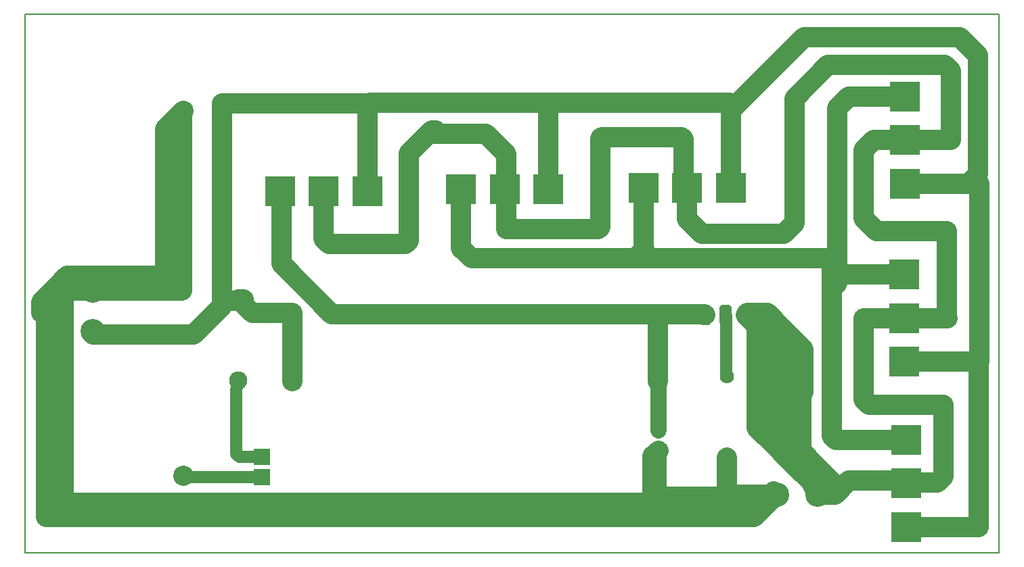
<source format=gbr>
G04 PROTEUS GERBER X2 FILE*
%TF.GenerationSoftware,Labcenter,Proteus,8.13-SP0-Build31525*%
%TF.CreationDate,2025-01-18T14:33:54+00:00*%
%TF.FileFunction,Copper,L2,Bot*%
%TF.FilePolarity,Positive*%
%TF.Part,Single*%
%TF.SameCoordinates,{d9d58708-2b01-4210-ba30-9eb4af83a777}*%
%FSLAX45Y45*%
%MOMM*%
G01*
%TA.AperFunction,Conductor*%
%ADD17C,2.540000*%
%ADD18C,2.032000*%
%ADD19C,1.524000*%
%ADD70C,0.254000*%
%TA.AperFunction,ComponentPad*%
%ADD10C,3.048000*%
%ADD11C,2.286000*%
%ADD12R,2.032000X2.032000*%
%ADD13C,2.540000*%
%ADD14C,1.778000*%
%AMDIL005*
4,1,8,
-0.762000,0.965200,-0.457200,1.270000,0.457200,1.270000,0.762000,0.965200,0.762000,-0.965200,
0.457200,-1.270000,-0.457200,-1.270000,-0.762000,-0.965200,-0.762000,0.965200,
0*%
%TA.AperFunction,ComponentPad*%
%ADD15DIL005*%
%ADD16R,3.810000X3.810000*%
%TA.AperFunction,NonConductor*%
%ADD71C,0.203200*%
%TD.AperFunction*%
D17*
X+11040000Y+4650448D02*
X+11795595Y+4650448D01*
X+6354309Y+5666548D02*
X+4340000Y+5666548D01*
X+7763900Y+4596548D02*
X+7763900Y+3849314D01*
X+7780000Y+3833214D01*
X+8845151Y+5666548D02*
X+8620000Y+5666548D01*
X+6048586Y+4487962D02*
X+6048586Y+4077962D01*
X+6050000Y+4076548D01*
X+7202727Y+4076548D01*
X+7228787Y+4102608D01*
X+7228787Y+5218668D01*
X+7241616Y+5231497D01*
X+8245051Y+5231497D01*
X+8270000Y+5206548D01*
X+8270000Y+4636548D01*
X+8310000Y+4596548D01*
X+6576100Y+4576548D02*
X+6576100Y+5642648D01*
X+6600000Y+5666548D01*
X+8620000Y+5666548D02*
X+6600000Y+5666548D01*
X+6354309Y+5666548D01*
X+4330000Y+5656548D02*
X+4340000Y+5666548D01*
X+4310000Y+4556548D02*
X+4310000Y+5636548D01*
X+4330000Y+5656548D01*
X+7942000Y+3016548D02*
X+7942000Y+2176548D01*
X+7942000Y+3016548D02*
X+8526000Y+3016548D01*
X+8536000Y+3006548D01*
D18*
X+7950000Y+1556548D02*
X+7950000Y+2168548D01*
X+7942000Y+2176548D01*
D19*
X+2990000Y+972548D02*
X+2036000Y+972548D01*
X+2010000Y+946548D01*
X+2010000Y+986548D01*
D17*
X+2490405Y+3459679D02*
X+2490405Y+3230285D01*
X+2490405Y+3112993D01*
X+2135960Y+2758548D01*
D70*
X+2490000Y+5656548D02*
X+2490000Y+5536953D01*
X+2490405Y+5536548D01*
D17*
X+2490405Y+3459679D02*
X+2490405Y+5536548D01*
X+2490405Y+5656143D01*
X+2490000Y+5656548D01*
X+4330000Y+5656548D01*
X+6048586Y+5015982D02*
X+6048586Y+4492911D01*
X+6048586Y+4487962D01*
X+6050000Y+4486548D01*
X+6048586Y+4492911D01*
X+6030000Y+4576548D01*
D18*
X+7950000Y+1302548D02*
X+7950000Y+735910D01*
X+7944742Y+730652D01*
D17*
X+810000Y+3307255D02*
X+879293Y+3307255D01*
X+880000Y+3306548D01*
D19*
X+8810000Y+2236548D02*
X+8800000Y+2246548D01*
X+8800000Y+2996548D01*
X+8790000Y+3006548D01*
D17*
X+4830000Y+5026548D02*
X+5073434Y+5269982D01*
X+5120000Y+5316548D01*
X+5170000Y+5316548D01*
X+3763900Y+4556548D02*
X+3763900Y+3962648D01*
X+3830000Y+3896548D01*
X+4790000Y+3896548D01*
X+4830000Y+3936548D01*
X+4830000Y+5026548D01*
X+5073434Y+5269982D02*
X+5794586Y+5269982D01*
X+6048586Y+5015982D01*
D70*
X+880000Y+2798548D02*
X+880000Y+2758548D01*
D17*
X+2135960Y+2758548D01*
D70*
X+2010000Y+5558548D02*
X+1994849Y+5543397D01*
D17*
X+880000Y+3306548D02*
X+1994142Y+3306548D01*
X+1994849Y+3307255D01*
X+1994849Y+5543397D01*
X+10181746Y+3512648D02*
X+10125646Y+3456548D01*
X+10181746Y+3512648D02*
X+10129052Y+3512648D01*
X+10125646Y+3516054D01*
X+10125646Y+3456548D01*
X+10160000Y+3603117D02*
X+10160000Y+3534394D01*
X+10181746Y+3512648D01*
X+9390000Y+756548D02*
X+9390000Y+798548D01*
X+9432000Y+756548D01*
X+8810000Y+1220548D02*
X+8810000Y+1020939D01*
X+8810000Y+826548D01*
X+8810000Y+752157D02*
X+8810000Y+730652D01*
X+8856100Y+4596548D02*
X+8856100Y+5566548D01*
X+8856100Y+5655599D01*
X+8845151Y+5666548D01*
X+10190000Y+3512648D02*
X+10190000Y+3401945D01*
X+10124603Y+3336548D01*
X+11030000Y+3512648D02*
X+10190000Y+3512648D01*
X+10181746Y+3512648D01*
X+11050000Y+1442648D02*
X+10168405Y+1442648D01*
X+10124603Y+1486450D01*
X+10124603Y+3336548D01*
X+10124603Y+3567720D01*
X+10160000Y+3603117D01*
X+7663334Y+3716548D02*
X+10046569Y+3716548D01*
X+10160000Y+3603117D01*
X+5483900Y+4576548D02*
X+5483900Y+3846284D01*
X+5613636Y+3716548D01*
X+7663334Y+3716548D01*
X+7780000Y+3833214D01*
D70*
X+9432000Y+756548D02*
X+9390000Y+756548D01*
X+8810000Y+756548D02*
X+8701153Y+756548D01*
X+8675257Y+730652D01*
D17*
X+8810000Y+730652D01*
X+8810000Y+826548D02*
X+8810000Y+756548D01*
X+8810000Y+752157D01*
X+10520000Y+5069548D02*
X+10647000Y+5196548D01*
X+10849500Y+5196548D01*
X+11040000Y+5196548D01*
X+3370000Y+2176548D02*
X+3370000Y+3016548D01*
D19*
X+2990000Y+1226548D02*
X+2710000Y+1226548D01*
X+2672223Y+1264325D01*
X+2672223Y+2066248D01*
X+2700000Y+2180548D01*
D17*
X+2700000Y+3196548D02*
X+2763536Y+3196548D01*
X+2763536Y+3186548D01*
X+3370000Y+3016548D02*
X+3370000Y+3026548D01*
X+2870000Y+3026548D01*
X+2710000Y+3186548D01*
D70*
X+2700000Y+3196548D01*
D17*
X+2763536Y+3186548D02*
X+2710000Y+3186548D01*
X+2534142Y+3186548D01*
X+2490405Y+3230285D01*
X+7942000Y+3016548D02*
X+3868462Y+3016548D01*
X+3237052Y+3647958D01*
X+3237052Y+4537296D01*
X+3217800Y+4556548D01*
X+10350000Y+5742648D02*
X+10336100Y+5742648D01*
X+10190000Y+5596548D01*
X+11040000Y+5742648D02*
X+10350000Y+5742648D01*
X+10190000Y+5596548D02*
X+10190000Y+3512648D01*
X+11120000Y+2966548D02*
X+11030000Y+2966548D01*
X+10520000Y+2966548D01*
X+10520000Y+1945266D01*
X+10527436Y+1937830D01*
X+10585328Y+1879938D01*
X+11518832Y+1879938D01*
X+11518832Y+982617D01*
X+11439231Y+903016D01*
X+11106354Y+903016D01*
X+11091881Y+888543D01*
X+11050000Y+896548D01*
X+11573645Y+2966548D02*
X+11560000Y+2980193D01*
X+11560000Y+4051835D01*
X+10520000Y+5069548D02*
X+10520000Y+4211835D01*
X+10680000Y+4051835D01*
X+11560000Y+4051835D01*
X+11573645Y+2966548D02*
X+11120000Y+2966548D01*
X+11795595Y+4650448D02*
X+11830000Y+4650448D01*
X+11030000Y+2420448D02*
X+11830000Y+2420448D01*
X+230000Y+3026548D02*
X+510707Y+3307255D01*
D70*
X+560000Y+3356548D01*
X+560000Y+3396548D01*
D17*
X+810000Y+3307255D02*
X+510707Y+3307255D01*
X+230000Y+3166548D02*
X+557225Y+3493773D01*
X+740000Y+3493773D01*
X+1994849Y+5543397D02*
X+1783972Y+5332520D01*
X+1783972Y+5158748D01*
X+1783972Y+3505926D01*
X+1771819Y+3493773D01*
X+740000Y+3493773D01*
X+230000Y+3026548D02*
X+230000Y+3166548D01*
X+11050000Y+350448D02*
X+11960000Y+350448D01*
X+11960000Y+2420448D01*
X+11830000Y+2420448D01*
X+11960000Y+2420448D02*
X+11970000Y+2420448D01*
X+11970000Y+4650448D01*
X+11830000Y+4650448D01*
X+11950000Y+4770448D01*
X+11950000Y+6256548D01*
X+11720000Y+6486548D01*
X+9776100Y+6486548D01*
X+8856100Y+5566548D01*
X+8310000Y+4596548D02*
X+8310000Y+4208599D01*
X+8496154Y+4022445D01*
X+9521924Y+4022445D01*
X+9652180Y+4152701D01*
X+9652180Y+5715778D01*
X+10072950Y+6136548D01*
X+11537435Y+6136548D01*
X+11610000Y+6063983D01*
X+11610000Y+5196548D01*
X+11040000Y+5196548D01*
X+510707Y+3307255D02*
X+510707Y+657347D01*
X+518054Y+650000D01*
X+7746548Y+650000D01*
X+7805000Y+591548D01*
X+7950000Y+1302548D02*
X+7880000Y+1232548D01*
X+7880000Y+666548D01*
X+7805000Y+591548D01*
X+7690000Y+476548D01*
X+7030000Y+476548D02*
X+7460000Y+476548D01*
X+7690000Y+476548D01*
X+7940619Y+476548D01*
D70*
X+8025663Y+391504D01*
D17*
X+7030000Y+476548D02*
X+290000Y+476548D01*
X+290000Y+3026548D01*
X+230000Y+3026548D01*
X+8260000Y+676548D02*
X+9160000Y+676548D01*
X+9240000Y+756548D01*
X+9390000Y+756548D02*
X+9240000Y+756548D01*
X+8810000Y+756548D01*
X+9733590Y+1042831D02*
X+9863847Y+912574D01*
X+9863847Y+908948D01*
X+9940000Y+756548D01*
X+9389936Y+1386484D02*
X+9389936Y+1386485D01*
X+9389936Y+2546925D01*
X+9446780Y+2603768D01*
X+9485045Y+2642034D01*
X+9514936Y+1261484D02*
X+9514936Y+1261485D01*
X+9514936Y+2417177D01*
X+9733590Y+1042831D02*
X+9514936Y+1261485D01*
X+9514936Y+1261484D02*
X+9389936Y+1386485D01*
X+9269936Y+1506484D02*
X+9269936Y+1506485D01*
X+9269936Y+2646484D01*
X+9337000Y+2713548D01*
X+9389936Y+1386484D02*
X+9269936Y+1506485D01*
X+9269936Y+1506484D02*
X+9185340Y+1591081D01*
X+9185340Y+2791887D01*
X+9044000Y+3006548D02*
X+9337000Y+2713548D01*
X+9446780Y+2603768D01*
X+8090000Y+730652D02*
X+8090000Y+481260D01*
X+8085288Y+476548D01*
X+7944742Y+730652D02*
X+8090000Y+730652D01*
X+8675257Y+730652D01*
X+7940619Y+476548D02*
X+8085288Y+476548D01*
X+9152000Y+476548D01*
X+9432000Y+756548D01*
X+9770000Y+2036548D02*
X+9770000Y+2280548D01*
X+9770000Y+2569604D01*
X+9313146Y+3026458D01*
X+9063910Y+3026458D01*
X+9044000Y+3006548D01*
X+10223585Y+816415D02*
X+9740000Y+1300000D01*
D70*
X+9740000Y+1320000D01*
D17*
X+9940000Y+756548D02*
X+10163718Y+756548D01*
X+10223585Y+816415D01*
X+10336026Y+928856D01*
X+11017692Y+928856D01*
X+11050000Y+896548D01*
X+9446780Y+2603768D02*
X+9740000Y+2310548D01*
X+9740000Y+1320000D01*
X+9740000Y+1300000D02*
X+9740000Y+1049241D01*
X+9733590Y+1042831D01*
D10*
X+880000Y+3306548D03*
X+880000Y+2798548D03*
D11*
X+2700000Y+2180548D03*
X+2700000Y+3196548D03*
D12*
X+2990000Y+1226548D03*
X+2990000Y+972548D03*
D13*
X+2010000Y+986548D03*
X+2010000Y+5558548D03*
X+3370000Y+3016548D03*
X+7942000Y+3016548D03*
X+3370000Y+2176548D03*
X+7942000Y+2176548D03*
D14*
X+7950000Y+1302548D03*
X+7950000Y+1556548D03*
D15*
X+8536000Y+3006548D03*
X+8790000Y+3006548D03*
X+9044000Y+3006548D03*
D14*
X+8810000Y+1220548D03*
X+8810000Y+2236548D03*
D16*
X+3217800Y+4556548D03*
X+3763900Y+4556548D03*
X+4310000Y+4556548D03*
X+5483900Y+4576548D03*
X+6030000Y+4576548D03*
X+6576100Y+4576548D03*
X+7763900Y+4596548D03*
X+8310000Y+4596548D03*
X+8856100Y+4596548D03*
X+11040000Y+5742648D03*
X+11040000Y+5196548D03*
X+11040000Y+4650448D03*
X+11030000Y+3512648D03*
X+11030000Y+2966548D03*
X+11030000Y+2420448D03*
X+11050000Y+1442648D03*
X+11050000Y+896548D03*
X+11050000Y+350448D03*
D10*
X+9940000Y+756548D03*
X+9432000Y+756548D03*
D71*
X+31313Y+26548D02*
X+12211313Y+26548D01*
X+12211313Y+6776548D01*
X+31313Y+6776548D01*
X+31313Y+26548D01*
M02*

</source>
